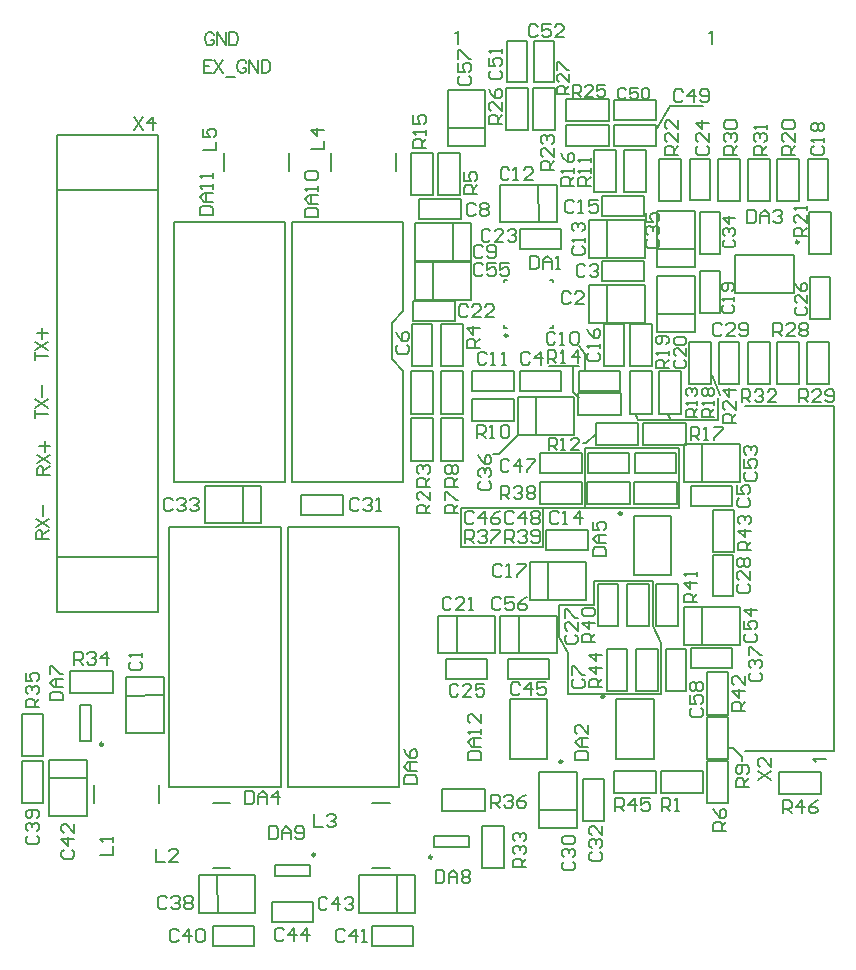
<source format=gto>
G04*
G04 #@! TF.GenerationSoftware,Altium Limited,Altium Designer,21.3.2 (30)*
G04*
G04 Layer_Color=16777215*
%FSLAX44Y44*%
%MOMM*%
G71*
G04*
G04 #@! TF.SameCoordinates,5F18C444-2927-46CB-AB6B-11653520DC00*
G04*
G04*
G04 #@! TF.FilePolarity,Positive*
G04*
G01*
G75*
%ADD10C,0.2500*%
%ADD11C,0.2000*%
%ADD12C,0.1500*%
D10*
X515000Y378550D02*
G03*
X515000Y378550I-1250J0D01*
G01*
X664800Y608250D02*
G03*
X664800Y608250I-1250J0D01*
G01*
X464500Y168450D02*
G03*
X464500Y168450I-1250J0D01*
G01*
X500000Y223550D02*
G03*
X500000Y223550I-1250J0D01*
G01*
X418250Y529000D02*
G03*
X418250Y529000I-1250J0D01*
G01*
X255250Y89500D02*
G03*
X255250Y89500I-1250J0D01*
G01*
X75750Y183000D02*
G03*
X75750Y183000I-1250J0D01*
G01*
X354250Y87500D02*
G03*
X354250Y87500I-1250J0D01*
G01*
D11*
X525000Y326000D02*
Y376000D01*
X557000Y326000D02*
Y376000D01*
X525000D02*
X557000D01*
X525000Y326000D02*
X557000D01*
X611000Y597000D02*
X661000D01*
X611000Y565000D02*
X661000D01*
Y597000D01*
X611000Y565000D02*
Y597000D01*
X452000Y171000D02*
Y221000D01*
X420000Y171000D02*
Y221000D01*
Y171000D02*
X452000D01*
X420000Y221000D02*
X452000D01*
X510000Y171000D02*
Y221000D01*
X542000Y171000D02*
Y221000D01*
X510000D02*
X542000D01*
X510000Y171000D02*
X542000D01*
X468000Y729250D02*
X504000D01*
Y710750D02*
Y729250D01*
X468000Y710750D02*
X504000D01*
X468000D02*
Y729250D01*
X440500Y778500D02*
X457500D01*
X440500Y743500D02*
Y778500D01*
Y743500D02*
X457500D01*
Y778500D01*
X439750Y739000D02*
X458250D01*
Y703000D02*
Y739000D01*
X439750Y703000D02*
X458250D01*
X439750D02*
Y739000D01*
X330000Y550000D02*
Y624900D01*
X320000Y540000D02*
X330000Y550000D01*
Y404900D02*
Y499000D01*
X320000Y509000D02*
X330000Y499000D01*
X481000Y412500D02*
Y429500D01*
X446000D02*
X481000D01*
X446000Y412500D02*
X481000D01*
X446000D02*
Y429500D01*
X411250Y429000D02*
X427250Y445000D01*
X406000Y429000D02*
X411250D01*
X485000Y438000D02*
X493000Y446000D01*
X482000Y438000D02*
X485000D01*
X617000Y169000D02*
Y172000D01*
X609000Y180000D02*
X617000Y172000D01*
X606000Y180000D02*
X609000D01*
X684000Y140750D02*
Y159250D01*
X648000D02*
X684000D01*
X648000Y140750D02*
X684000D01*
X648000D02*
Y159250D01*
X230000Y404900D02*
Y624900D01*
X136000D02*
X230000D01*
X136000Y404900D02*
Y624900D01*
Y404900D02*
X230000D01*
X320000Y509000D02*
Y540000D01*
X236000Y624900D02*
X330000D01*
X236000Y404900D02*
Y624900D01*
Y404900D02*
X330000D01*
X232000Y147100D02*
Y367100D01*
Y147100D02*
X326000D01*
Y367100D01*
X232000D02*
X326000D01*
X132000Y147100D02*
Y367100D01*
Y147100D02*
X226000D01*
Y367100D01*
X132000D02*
X226000D01*
X487250Y572000D02*
X534750D01*
Y540000D02*
Y572000D01*
X487250Y540000D02*
X534750D01*
X487250D02*
Y572000D01*
X502528Y571750D02*
X502675Y540251D01*
X481500Y386750D02*
Y405250D01*
X445500D02*
X481500D01*
X445500Y386750D02*
Y405250D01*
Y386750D02*
X481500D01*
X569000Y436750D02*
Y455250D01*
X533000D02*
X569000D01*
X533000Y436750D02*
Y455250D01*
Y436750D02*
X569000D01*
X514000Y461750D02*
Y480250D01*
X478000D02*
X514000D01*
X478000Y461750D02*
Y480250D01*
Y461750D02*
X514000D01*
X456500Y535500D02*
Y537750D01*
X454250Y535500D02*
X456500D01*
Y574250D02*
Y576500D01*
X454250D02*
X456500D01*
X415500D02*
X417750D01*
X415500Y574250D02*
Y576500D01*
Y535500D02*
Y537750D01*
Y535500D02*
X417750D01*
X157250Y72000D02*
X204750D01*
Y40000D02*
Y72000D01*
X157250Y40000D02*
X204750D01*
X157250D02*
Y72000D01*
X172528Y71750D02*
X172675Y40251D01*
X428500Y602500D02*
X463500D01*
X428500D02*
Y619500D01*
X463500D01*
Y602500D02*
Y619500D01*
X478500Y482500D02*
X513500D01*
X478500D02*
Y499500D01*
X513500D01*
Y482500D02*
Y499500D01*
X343500Y627500D02*
X378500D01*
X343500D02*
Y644500D01*
X378500D01*
Y627500D02*
Y644500D01*
X36500Y652000D02*
X122500D01*
X36500Y342000D02*
X122500D01*
Y295000D02*
Y699000D01*
X36500Y295000D02*
X122500D01*
X36500D02*
Y699000D01*
X122500D01*
X619000Y469500D02*
X694750D01*
Y177500D02*
Y469500D01*
X619000Y177500D02*
X694750D01*
X203500Y12500D02*
Y29500D01*
X168500D02*
X203500D01*
X168500Y12500D02*
Y29500D01*
Y12500D02*
X203500D01*
X253500Y32500D02*
Y49500D01*
X218500D02*
X253500D01*
X218500Y32500D02*
Y49500D01*
Y32500D02*
X253500D01*
X251000Y71500D02*
Y80500D01*
X221000Y71500D02*
Y80500D01*
X251000D01*
X221000Y71500D02*
X251000D01*
X168500Y133500D02*
X183500D01*
X168500Y78500D02*
X183500D01*
X68500Y133500D02*
Y148500D01*
X123500Y133500D02*
Y148500D01*
X30251Y154325D02*
X61750Y154472D01*
X30000Y169750D02*
X62000D01*
X30000Y122250D02*
Y169750D01*
Y122250D02*
X62000D01*
Y169750D01*
X7500Y133500D02*
X24500D01*
Y168500D01*
X7500D02*
X24500D01*
X7500Y133500D02*
Y168500D01*
X6750Y173000D02*
Y209000D01*
X25250D01*
Y173000D02*
Y209000D01*
X6750Y173000D02*
X25250D01*
X56500Y186000D02*
X65500D01*
X56500Y216000D02*
X65500D01*
Y186000D02*
Y216000D01*
X56500Y186000D02*
Y216000D01*
X95251Y224325D02*
X126750Y224472D01*
X95000Y239750D02*
X127000D01*
X95000Y192250D02*
Y239750D01*
Y192250D02*
X127000D01*
Y239750D01*
X48000Y226750D02*
X84000D01*
X48000D02*
Y245250D01*
X84000D01*
Y226750D02*
Y245250D01*
X303500Y12500D02*
Y29500D01*
Y12500D02*
X338500D01*
Y29500D01*
X303500D02*
X338500D01*
X324325Y71749D02*
X324472Y40250D01*
X339750Y40000D02*
Y72000D01*
X292250D02*
X339750D01*
X292250Y40000D02*
Y72000D01*
Y40000D02*
X339750D01*
X396750Y78000D02*
Y114000D01*
X415250D01*
Y78000D02*
Y114000D01*
X396750Y78000D02*
X415250D01*
X356000Y96500D02*
Y105500D01*
X386000Y96500D02*
Y105500D01*
X356000Y96500D02*
X386000D01*
X356000Y105500D02*
X386000D01*
X303500Y133500D02*
X318500D01*
X303500Y78500D02*
X318500D01*
X363000Y126750D02*
X399000D01*
X363000D02*
Y145250D01*
X399000D01*
Y126750D02*
Y145250D01*
X366000Y238500D02*
Y255500D01*
Y238500D02*
X401000D01*
Y255500D01*
X366000D02*
X401000D01*
X418500Y238500D02*
Y255500D01*
Y238500D02*
X453500D01*
Y255500D01*
X418500D02*
X453500D01*
X278500Y377500D02*
Y394500D01*
X243500D02*
X278500D01*
X243500Y377500D02*
Y394500D01*
Y377500D02*
X278500D01*
X194325Y401749D02*
X194472Y370250D01*
X209750Y370000D02*
Y402000D01*
X162250D02*
X209750D01*
X162250Y370000D02*
Y402000D01*
Y370000D02*
X209750D01*
X336750Y423000D02*
Y459000D01*
X355250D01*
Y423000D02*
Y459000D01*
X336750Y423000D02*
X355250D01*
X336750Y463000D02*
Y499000D01*
X355250D01*
Y463000D02*
Y499000D01*
X336750Y463000D02*
X355250D01*
X337500Y503500D02*
X354500D01*
Y538500D01*
X337500D02*
X354500D01*
X337500Y503500D02*
Y538500D01*
X338500Y541500D02*
Y558500D01*
Y541500D02*
X373500D01*
Y558500D01*
X338500D02*
X373500D01*
X375028Y291750D02*
X375175Y260251D01*
X359750Y260000D02*
Y292000D01*
Y260000D02*
X407250D01*
Y292000D01*
X359750D02*
X407250D01*
X427528Y291750D02*
X427675Y260251D01*
X412250Y260000D02*
Y292000D01*
Y260000D02*
X459750D01*
Y292000D01*
X412250D02*
X459750D01*
X452528Y336750D02*
X452675Y305251D01*
X437250Y305000D02*
Y337000D01*
Y305000D02*
X484750D01*
Y337000D01*
X437250D02*
X484750D01*
X361750Y423000D02*
Y459000D01*
X380250D01*
Y423000D02*
Y459000D01*
X361750Y423000D02*
X380250D01*
X442528Y476750D02*
X442675Y445251D01*
X427250Y445000D02*
Y477000D01*
Y445000D02*
X474750D01*
Y477000D01*
X427250D02*
X474750D01*
X388000Y475250D02*
X424000D01*
Y456750D02*
Y475250D01*
X388000Y456750D02*
X424000D01*
X388000D02*
Y475250D01*
X361750Y463000D02*
Y499000D01*
X380250D01*
Y463000D02*
Y499000D01*
X361750Y463000D02*
X380250D01*
X388500Y482500D02*
Y499500D01*
Y482500D02*
X423500D01*
Y499500D01*
X388500D02*
X423500D01*
X428500Y482500D02*
Y499500D01*
Y482500D02*
X463500D01*
Y499500D01*
X428500D02*
X463500D01*
X361750Y503000D02*
Y539000D01*
X380250D01*
Y503000D02*
Y539000D01*
X361750Y503000D02*
X380250D01*
X445250Y127528D02*
X476749Y127675D01*
X445000Y112250D02*
X477000D01*
Y159750D01*
X445000D02*
X477000D01*
X445000Y112250D02*
Y159750D01*
X482500Y118500D02*
X499500D01*
X499500Y153500D02*
X499500Y118500D01*
X482500Y153500D02*
X499500D01*
X482500D02*
X482500Y118500D01*
X508000Y160250D02*
X544000D01*
Y141750D02*
Y160250D01*
X508000Y141750D02*
X544000D01*
X508000D02*
Y160250D01*
X502500Y263500D02*
X519500D01*
X502500Y228500D02*
Y263500D01*
Y228500D02*
X519500D01*
Y263500D01*
X545250Y228000D02*
Y264000D01*
X526750Y228000D02*
X545250D01*
X526750D02*
Y264000D01*
X545250D01*
X495000Y283500D02*
X512000D01*
Y318500D01*
X495000D02*
X512000D01*
X495000Y283500D02*
Y318500D01*
X519250Y283000D02*
Y319000D01*
X537750D01*
Y283000D02*
Y319000D01*
X519250Y283000D02*
X537750D01*
X451000Y347500D02*
Y364500D01*
Y347500D02*
X486000D01*
Y364500D01*
X451000D02*
X486000D01*
X586750Y133000D02*
Y169000D01*
X605250D01*
Y133000D02*
Y169000D01*
X586750Y133000D02*
X605250D01*
X548000Y160250D02*
X584000D01*
Y141750D02*
Y160250D01*
X548000Y141750D02*
X584000D01*
X548000D02*
Y160250D01*
X586750Y170500D02*
Y206500D01*
X605250D01*
Y170500D02*
Y206500D01*
X586750Y170500D02*
X605250D01*
X586750Y208000D02*
Y244000D01*
X605250D01*
Y208000D02*
Y244000D01*
X586750Y208000D02*
X605250D01*
X552500Y263500D02*
X569500D01*
X552500Y228500D02*
Y263500D01*
Y228500D02*
X569500D01*
Y263500D01*
X573500Y247500D02*
Y264500D01*
Y247500D02*
X608500D01*
Y264500D01*
X573500D02*
X608500D01*
X582528Y299250D02*
X582675Y267751D01*
X567250Y267500D02*
Y299500D01*
Y267500D02*
X614750D01*
Y299500D01*
X567250D02*
X614750D01*
X544250Y283000D02*
Y319000D01*
X562750D01*
Y283000D02*
Y319000D01*
X544250Y283000D02*
X562750D01*
X592500Y343500D02*
X609500D01*
X592500Y308500D02*
Y343500D01*
Y308500D02*
X609500D01*
Y343500D01*
X591750Y345500D02*
Y381500D01*
X610250D01*
Y345500D02*
Y381500D01*
X591750Y345500D02*
X610250D01*
X485500Y386750D02*
X521500D01*
X485500D02*
Y405250D01*
X521500D01*
Y386750D02*
Y405250D01*
X525500Y386750D02*
X561500D01*
X525500D02*
Y405250D01*
X561500D01*
Y386750D02*
Y405250D01*
X521000Y412500D02*
Y429500D01*
X486000D02*
X521000D01*
X486000Y412500D02*
Y429500D01*
Y412500D02*
X521000D01*
X561000D02*
Y429500D01*
X526000D02*
X561000D01*
X526000Y412500D02*
Y429500D01*
Y412500D02*
X561000D01*
X493000Y455250D02*
X529000D01*
Y436750D02*
Y455250D01*
X493000Y436750D02*
X529000D01*
X493000D02*
Y455250D01*
X521750Y463000D02*
Y499000D01*
X540250D01*
Y463000D02*
Y499000D01*
X521750Y463000D02*
X540250D01*
X499500Y538500D02*
X516500D01*
X499500Y503500D02*
Y538500D01*
Y503500D02*
X516500D01*
Y538500D01*
X521750Y503000D02*
Y539000D01*
X540250D01*
Y503000D02*
Y539000D01*
X521750Y503000D02*
X540250D01*
X573500Y385000D02*
Y402000D01*
Y385000D02*
X608500D01*
Y402000D01*
X573500D02*
X608500D01*
X582528Y436750D02*
X582675Y405251D01*
X567250Y405000D02*
Y437000D01*
Y405000D02*
X614750D01*
Y437000D01*
X567250D02*
X614750D01*
X546750Y463000D02*
Y499000D01*
X565250D01*
Y463000D02*
Y499000D01*
X546750Y463000D02*
X565250D01*
X671750Y488000D02*
Y524000D01*
X690250D01*
Y488000D02*
Y524000D01*
X671750Y488000D02*
X690250D01*
X597500Y488500D02*
X614500D01*
Y523500D01*
X597500D02*
X614500D01*
X597500Y488500D02*
Y523500D01*
X590250Y488000D02*
Y524000D01*
X571750Y488000D02*
X590250D01*
X571750D02*
Y524000D01*
X590250D01*
X621750Y488000D02*
Y524000D01*
X640250D01*
Y488000D02*
Y524000D01*
X621750Y488000D02*
X640250D01*
X665250D02*
Y524000D01*
X646750Y488000D02*
X665250D01*
X646750D02*
Y524000D01*
X665250D01*
X545250Y547528D02*
X576749Y547675D01*
X545000Y532250D02*
X577000D01*
Y579750D01*
X545000D02*
X577000D01*
X545000Y532250D02*
Y579750D01*
X674500Y578500D02*
X691500D01*
X674500Y543500D02*
Y578500D01*
Y543500D02*
X691500D01*
Y578500D01*
X581500Y548500D02*
X598500D01*
Y583500D01*
X581500D02*
X598500D01*
X581500Y548500D02*
Y583500D01*
X355028Y590750D02*
X355175Y559251D01*
X339750Y559000D02*
Y591000D01*
Y559000D02*
X387250D01*
Y591000D01*
X339750D02*
X387250D01*
X178500Y668500D02*
Y683500D01*
X233500Y668500D02*
Y683500D01*
X268500Y668500D02*
Y683500D01*
X323500Y668500D02*
Y683500D01*
X336750Y648000D02*
Y684000D01*
X355250D01*
Y648000D02*
Y684000D01*
X336750Y648000D02*
X355250D01*
X377750D02*
Y684000D01*
X359250Y648000D02*
X377750D01*
X359250D02*
Y684000D01*
X377750D01*
X367750Y705028D02*
X399249Y705175D01*
X367500Y689750D02*
X399500D01*
Y737250D01*
X367500D02*
X399500D01*
X367500Y689750D02*
Y737250D01*
X444325Y656749D02*
X444472Y625250D01*
X459750Y625000D02*
Y657000D01*
X412250D02*
X459750D01*
X412250Y625000D02*
Y657000D01*
Y625000D02*
X459750D01*
X416750Y703000D02*
Y739000D01*
X435250D01*
Y703000D02*
Y739000D01*
X416750Y703000D02*
X435250D01*
X417500Y743500D02*
X434500D01*
Y778500D01*
X417500D02*
X434500D01*
X417500Y743500D02*
Y778500D01*
X502528Y626750D02*
X502675Y595251D01*
X487250Y595000D02*
Y627000D01*
Y595000D02*
X534750D01*
Y627000D01*
X487250D02*
X534750D01*
X510250Y650500D02*
Y686500D01*
X491750Y650500D02*
X510250D01*
X491750D02*
Y686500D01*
X510250D01*
X498500Y575000D02*
Y592000D01*
Y575000D02*
X533500D01*
Y592000D01*
X498500D02*
X533500D01*
Y630000D02*
Y647000D01*
X498500D02*
X533500D01*
X498500Y630000D02*
Y647000D01*
Y630000D02*
X533500D01*
X516750Y650500D02*
Y686500D01*
X535250D01*
Y650500D02*
Y686500D01*
X516750Y650500D02*
X535250D01*
X565250Y643000D02*
Y679000D01*
X546750Y643000D02*
X565250D01*
X546750D02*
Y679000D01*
X565250D01*
X545250Y602528D02*
X576749Y602675D01*
X545000Y587250D02*
X577000D01*
Y634750D01*
X545000D02*
X577000D01*
X545000Y587250D02*
Y634750D01*
X572500Y678500D02*
X589500D01*
X572500Y643500D02*
Y678500D01*
Y643500D02*
X589500D01*
Y678500D01*
X581500Y598500D02*
X598500D01*
Y633500D01*
X581500D02*
X598500D01*
X581500Y598500D02*
Y633500D01*
X596750Y643000D02*
Y679000D01*
X615250D01*
Y643000D02*
Y679000D01*
X596750Y643000D02*
X615250D01*
X621750D02*
Y679000D01*
X640250D01*
Y643000D02*
Y679000D01*
X621750Y643000D02*
X640250D01*
X665250D02*
Y679000D01*
X646750Y643000D02*
X665250D01*
X646750D02*
Y679000D01*
X665250D01*
X673750Y598000D02*
Y634000D01*
X692250D01*
Y598000D02*
Y634000D01*
X673750Y598000D02*
X692250D01*
X672500Y678500D02*
X689500D01*
X672500Y643500D02*
Y678500D01*
Y643500D02*
X689500D01*
Y678500D01*
X468000Y707750D02*
X504000D01*
Y689250D02*
Y707750D01*
X468000Y689250D02*
X504000D01*
X468000D02*
Y707750D01*
X543500Y711500D02*
Y728500D01*
X508500D02*
X543500D01*
X508500Y711500D02*
Y728500D01*
Y711500D02*
X543500D01*
X508500Y690000D02*
Y707000D01*
Y690000D02*
X543500D01*
Y707000D01*
X508500D02*
X543500D01*
X371825Y623749D02*
X371972Y592250D01*
X387250Y592000D02*
Y624000D01*
X339750D02*
X387250D01*
X339750Y592000D02*
Y624000D01*
Y592000D02*
X387250D01*
X374000Y784903D02*
X375047Y785426D01*
X376618Y786998D01*
Y776000D01*
X589000Y784903D02*
X590047Y785426D01*
X591618Y786998D01*
Y776000D01*
X167808Y762663D02*
X161000D01*
Y751666D01*
X167808D01*
X161000Y757427D02*
X165190D01*
X169641Y762663D02*
X176973Y751666D01*
Y762663D02*
X169641Y751666D01*
X179434Y748000D02*
X187813D01*
X197083Y760045D02*
X196559Y761092D01*
X195512Y762140D01*
X194464Y762663D01*
X192369D01*
X191322Y762140D01*
X190275Y761092D01*
X189751Y760045D01*
X189227Y758474D01*
Y755855D01*
X189751Y754284D01*
X190275Y753237D01*
X191322Y752190D01*
X192369Y751666D01*
X194464D01*
X195512Y752190D01*
X196559Y753237D01*
X197083Y754284D01*
Y755855D01*
X194464D02*
X197083D01*
X199597Y762663D02*
Y751666D01*
Y762663D02*
X206928Y751666D01*
Y762663D02*
Y751666D01*
X209966Y762663D02*
Y751666D01*
Y762663D02*
X213632D01*
X215203Y762140D01*
X216250Y761092D01*
X216774Y760045D01*
X217297Y758474D01*
Y755855D01*
X216774Y754284D01*
X216250Y753237D01*
X215203Y752190D01*
X213632Y751666D01*
X209966D01*
X679097Y168000D02*
X678573Y169047D01*
X677002Y170618D01*
X688000D01*
X169855Y783379D02*
X169332Y784426D01*
X168284Y785474D01*
X167237Y785998D01*
X165142D01*
X164095Y785474D01*
X163047Y784426D01*
X162524Y783379D01*
X162000Y781808D01*
Y779190D01*
X162524Y777618D01*
X163047Y776571D01*
X164095Y775524D01*
X165142Y775000D01*
X167237D01*
X168284Y775524D01*
X169332Y776571D01*
X169855Y777618D01*
Y779190D01*
X167237D02*
X169855D01*
X172369Y785998D02*
Y775000D01*
Y785998D02*
X179701Y775000D01*
Y785998D02*
Y775000D01*
X182738Y785998D02*
Y775000D01*
Y785998D02*
X186404D01*
X187975Y785474D01*
X189023Y784426D01*
X189547Y783379D01*
X190070Y781808D01*
Y779190D01*
X189547Y777618D01*
X189023Y776571D01*
X187975Y775524D01*
X186404Y775000D01*
X182738D01*
X18002Y511666D02*
X29000D01*
X18002Y508000D02*
Y515332D01*
Y516641D02*
X29000Y523973D01*
X18002D02*
X29000Y516641D01*
X19573Y531147D02*
X29000D01*
X24287Y526434D02*
Y535861D01*
X18002Y462666D02*
X29000D01*
X18002Y459000D02*
Y466332D01*
Y467641D02*
X29000Y474973D01*
X18002D02*
X29000Y467641D01*
X24287Y477434D02*
Y486861D01*
X19002Y357000D02*
X30000D01*
X19002D02*
Y361713D01*
X19526Y363284D01*
X20050Y363808D01*
X21097Y364332D01*
X22144D01*
X23192Y363808D01*
X23716Y363284D01*
X24239Y361713D01*
Y357000D01*
Y360666D02*
X30000Y364332D01*
X19002Y366793D02*
X30000Y374125D01*
X19002D02*
X30000Y366793D01*
X25287Y376586D02*
Y386013D01*
X20002Y411000D02*
X31000D01*
X20002D02*
Y415713D01*
X20526Y417284D01*
X21050Y417808D01*
X22097Y418332D01*
X23145D01*
X24192Y417808D01*
X24716Y417284D01*
X25239Y415713D01*
Y411000D01*
Y414666D02*
X31000Y418332D01*
X20002Y420793D02*
X31000Y428125D01*
X20002D02*
X31000Y420793D01*
X21573Y435299D02*
X31000D01*
X26287Y430586D02*
Y440013D01*
X651338Y124502D02*
Y135498D01*
X656836D01*
X658669Y133666D01*
Y130000D01*
X656836Y128167D01*
X651338D01*
X655004D02*
X658669Y124502D01*
X667833D02*
Y135498D01*
X662335Y130000D01*
X669666D01*
X680662Y135498D02*
X676996Y133666D01*
X673331Y130000D01*
Y126334D01*
X675164Y124502D01*
X678829D01*
X680662Y126334D01*
Y128167D01*
X678829Y130000D01*
X673331D01*
X157502Y631589D02*
X168498D01*
Y637087D01*
X166665Y638920D01*
X159334D01*
X157502Y637087D01*
Y631589D01*
X168498Y642585D02*
X161167D01*
X157502Y646251D01*
X161167Y649916D01*
X168498D01*
X163000D01*
Y642585D01*
X168498Y653582D02*
Y657247D01*
Y655415D01*
X157502D01*
X159334Y653582D01*
X168498Y662746D02*
Y666411D01*
Y664578D01*
X157502D01*
X159334Y662746D01*
X160502Y685836D02*
X171498D01*
Y693167D01*
X160502Y704164D02*
Y696833D01*
X166000D01*
X164167Y700498D01*
Y702331D01*
X166000Y704164D01*
X169666D01*
X171498Y702331D01*
Y698665D01*
X169666Y696833D01*
X382338Y353502D02*
Y364498D01*
X387836D01*
X389669Y362665D01*
Y359000D01*
X387836Y357167D01*
X382338D01*
X386003D02*
X389669Y353502D01*
X393335Y362665D02*
X395167Y364498D01*
X398833D01*
X400666Y362665D01*
Y360833D01*
X398833Y359000D01*
X397000D01*
X398833D01*
X400666Y357167D01*
Y355335D01*
X398833Y353502D01*
X395167D01*
X393335Y355335D01*
X404331Y364498D02*
X411662D01*
Y362665D01*
X404331Y355335D01*
Y353502D01*
X389669Y378666D02*
X387836Y380498D01*
X384171D01*
X382338Y378666D01*
Y371334D01*
X384171Y369502D01*
X387836D01*
X389669Y371334D01*
X398833Y369502D02*
Y380498D01*
X393335Y375000D01*
X400666D01*
X411662Y380498D02*
X407996Y378666D01*
X404331Y375000D01*
Y371334D01*
X406164Y369502D01*
X409829D01*
X411662Y371334D01*
Y373167D01*
X409829Y375000D01*
X404331D01*
X101836Y714498D02*
X109167Y703502D01*
Y714498D02*
X101836Y703502D01*
X118331D02*
Y714498D01*
X112833Y709000D01*
X120164D01*
X397331Y588666D02*
X395498Y590498D01*
X391833D01*
X390000Y588666D01*
Y581334D01*
X391833Y579502D01*
X395498D01*
X397331Y581334D01*
X408327Y590498D02*
X400997D01*
Y585000D01*
X404662Y586833D01*
X406495D01*
X408327Y585000D01*
Y581334D01*
X406495Y579502D01*
X402829D01*
X400997Y581334D01*
X419324Y590498D02*
X411993D01*
Y585000D01*
X415658Y586833D01*
X417491D01*
X419324Y585000D01*
Y581334D01*
X417491Y579502D01*
X413826D01*
X411993Y581334D01*
X30502Y220338D02*
X41498D01*
Y225836D01*
X39666Y227669D01*
X32334D01*
X30502Y225836D01*
Y220338D01*
X41498Y231334D02*
X34167D01*
X30502Y235000D01*
X34167Y238666D01*
X41498D01*
X36000D01*
Y231334D01*
X30502Y242331D02*
Y249662D01*
X32334D01*
X39666Y242331D01*
X41498D01*
X404338Y129502D02*
Y140498D01*
X409836D01*
X411669Y138666D01*
Y135000D01*
X409836Y133167D01*
X404338D01*
X408004D02*
X411669Y129502D01*
X415335Y138666D02*
X417167Y140498D01*
X420833D01*
X422665Y138666D01*
Y136833D01*
X420833Y135000D01*
X419000D01*
X420833D01*
X422665Y133167D01*
Y131334D01*
X420833Y129502D01*
X417167D01*
X415335Y131334D01*
X433662Y140498D02*
X429996Y138666D01*
X426331Y135000D01*
Y131334D01*
X428164Y129502D01*
X431829D01*
X433662Y131334D01*
Y133167D01*
X431829Y135000D01*
X426331D01*
X370502Y305665D02*
X368669Y307498D01*
X365004D01*
X363171Y305665D01*
Y298335D01*
X365004Y296502D01*
X368669D01*
X370502Y298335D01*
X381498Y296502D02*
X374167D01*
X381498Y303833D01*
Y305665D01*
X379665Y307498D01*
X376000D01*
X374167Y305665D01*
X385164Y296502D02*
X388829D01*
X386996D01*
Y307498D01*
X385164Y305665D01*
X384502Y170000D02*
X395498D01*
Y175498D01*
X393666Y177331D01*
X386334D01*
X384502Y175498D01*
Y170000D01*
X395498Y180996D02*
X388167D01*
X384502Y184662D01*
X388167Y188327D01*
X395498D01*
X390000D01*
Y180996D01*
X395498Y191993D02*
Y195658D01*
Y193826D01*
X384502D01*
X386334Y191993D01*
X395498Y208488D02*
Y201157D01*
X388167Y208488D01*
X386334D01*
X384502Y206655D01*
Y202989D01*
X386334Y201157D01*
X397331Y603666D02*
X395498Y605498D01*
X391833D01*
X390000Y603666D01*
Y596334D01*
X391833Y594502D01*
X395498D01*
X397331Y596334D01*
X400997D02*
X402829Y594502D01*
X406495D01*
X408327Y596334D01*
Y603666D01*
X406495Y605498D01*
X402829D01*
X400997Y603666D01*
Y601833D01*
X402829Y600000D01*
X408327D01*
X391167Y639665D02*
X389334Y641498D01*
X385669D01*
X383836Y639665D01*
Y632335D01*
X385669Y630502D01*
X389334D01*
X391167Y632335D01*
X394833Y639665D02*
X396665Y641498D01*
X400331D01*
X402164Y639665D01*
Y637833D01*
X400331Y636000D01*
X402164Y634167D01*
Y632335D01*
X400331Y630502D01*
X396665D01*
X394833Y632335D01*
Y634167D01*
X396665Y636000D01*
X394833Y637833D01*
Y639665D01*
X396665Y636000D02*
X400331D01*
X384669Y553666D02*
X382836Y555498D01*
X379171D01*
X377338Y553666D01*
Y546334D01*
X379171Y544502D01*
X382836D01*
X384669Y546334D01*
X395666Y544502D02*
X388335D01*
X395666Y551833D01*
Y553666D01*
X393833Y555498D01*
X390167D01*
X388335Y553666D01*
X406662Y544502D02*
X399331D01*
X406662Y551833D01*
Y553666D01*
X404829Y555498D01*
X401164D01*
X399331Y553666D01*
X434038Y78798D02*
X423042D01*
Y84296D01*
X424874Y86129D01*
X428540D01*
X430373Y84296D01*
Y78798D01*
Y82464D02*
X434038Y86129D01*
X424874Y89795D02*
X423042Y91627D01*
Y95293D01*
X424874Y97126D01*
X426707D01*
X428540Y95293D01*
Y93460D01*
Y95293D01*
X430373Y97126D01*
X432206D01*
X434038Y95293D01*
Y91627D01*
X432206Y89795D01*
X424874Y100791D02*
X423042Y102624D01*
Y106289D01*
X424874Y108122D01*
X426707D01*
X428540Y106289D01*
Y104456D01*
Y106289D01*
X430373Y108122D01*
X432206D01*
X434038Y106289D01*
Y102624D01*
X432206Y100791D01*
X416338Y353502D02*
Y364498D01*
X421836D01*
X423669Y362665D01*
Y359000D01*
X421836Y357167D01*
X416338D01*
X420004D02*
X423669Y353502D01*
X427335Y362665D02*
X429167Y364498D01*
X432833D01*
X434665Y362665D01*
Y360833D01*
X432833Y359000D01*
X431000D01*
X432833D01*
X434665Y357167D01*
Y355335D01*
X432833Y353502D01*
X429167D01*
X427335Y355335D01*
X438331D02*
X440164Y353502D01*
X443829D01*
X445662Y355335D01*
Y362665D01*
X443829Y364498D01*
X440164D01*
X438331Y362665D01*
Y360833D01*
X440164Y359000D01*
X445662D01*
X423669Y378666D02*
X421836Y380498D01*
X418171D01*
X416338Y378666D01*
Y371334D01*
X418171Y369502D01*
X421836D01*
X423669Y371334D01*
X432833Y369502D02*
Y380498D01*
X427335Y375000D01*
X434665D01*
X438331Y378666D02*
X440164Y380498D01*
X443829D01*
X445662Y378666D01*
Y376833D01*
X443829Y375000D01*
X445662Y373167D01*
Y371334D01*
X443829Y369502D01*
X440164D01*
X438331Y371334D01*
Y373167D01*
X440164Y375000D01*
X438331Y376833D01*
Y378666D01*
X440164Y375000D02*
X443829D01*
X566669Y735666D02*
X564836Y737498D01*
X561171D01*
X559338Y735666D01*
Y728335D01*
X561171Y726502D01*
X564836D01*
X566669Y728335D01*
X575833Y726502D02*
Y737498D01*
X570335Y732000D01*
X577665D01*
X581331Y728335D02*
X583164Y726502D01*
X586829D01*
X588662Y728335D01*
Y735666D01*
X586829Y737498D01*
X583164D01*
X581331Y735666D01*
Y733833D01*
X583164Y732000D01*
X588662D01*
X579334Y689331D02*
X577502Y687498D01*
Y683833D01*
X579334Y682000D01*
X586665D01*
X588498Y683833D01*
Y687498D01*
X586665Y689331D01*
X588498Y700327D02*
Y692997D01*
X581167Y700327D01*
X579334D01*
X577502Y698495D01*
Y694829D01*
X579334Y692997D01*
X588498Y709491D02*
X577502D01*
X583000Y703993D01*
Y711324D01*
X661498Y682000D02*
X650502D01*
Y687498D01*
X652335Y689331D01*
X656000D01*
X657833Y687498D01*
Y682000D01*
Y685666D02*
X661498Y689331D01*
Y700327D02*
Y692997D01*
X654167Y700327D01*
X652335D01*
X650502Y698495D01*
Y694829D01*
X652335Y692997D01*
Y703993D02*
X650502Y705826D01*
Y709491D01*
X652335Y711324D01*
X659666D01*
X661498Y709491D01*
Y705826D01*
X659666Y703993D01*
X652335D01*
X630502Y152836D02*
X641498Y160167D01*
X630502D02*
X641498Y152836D01*
Y171164D02*
Y163833D01*
X634167Y171164D01*
X632335D01*
X630502Y169331D01*
Y165665D01*
X632335Y163833D01*
X120836Y94498D02*
Y83502D01*
X128167D01*
X139164D02*
X131833D01*
X139164Y90833D01*
Y92666D01*
X137331Y94498D01*
X133666D01*
X131833Y92666D01*
X254296Y123958D02*
Y112962D01*
X261627D01*
X265293Y122126D02*
X267125Y123958D01*
X270791D01*
X272624Y122126D01*
Y120293D01*
X270791Y118460D01*
X268958D01*
X270791D01*
X272624Y116627D01*
Y114795D01*
X270791Y112962D01*
X267125D01*
X265293Y114795D01*
X392498Y648836D02*
X381502D01*
Y654335D01*
X383335Y656167D01*
X387000D01*
X388833Y654335D01*
Y648836D01*
Y652502D02*
X392498Y656167D01*
X381502Y667164D02*
Y659833D01*
X387000D01*
X385167Y663498D01*
Y665331D01*
X387000Y667164D01*
X390665D01*
X392498Y665331D01*
Y661665D01*
X390665Y659833D01*
X349498Y688254D02*
X338502D01*
Y693753D01*
X340335Y695585D01*
X344000D01*
X345833Y693753D01*
Y688254D01*
Y691920D02*
X349498Y695585D01*
Y699251D02*
Y702916D01*
Y701084D01*
X338502D01*
X340335Y699251D01*
X338502Y715746D02*
Y708415D01*
X344000D01*
X342167Y712080D01*
Y713913D01*
X344000Y715746D01*
X347665D01*
X349498Y713913D01*
Y710247D01*
X347665Y708415D01*
X352498Y378673D02*
X341502D01*
Y384171D01*
X343335Y386003D01*
X347000D01*
X348833Y384171D01*
Y378673D01*
Y382338D02*
X352498Y386003D01*
Y397000D02*
Y389669D01*
X345167Y397000D01*
X343335D01*
X341502Y395167D01*
Y391502D01*
X343335Y389669D01*
X251502Y686836D02*
X262498D01*
Y694167D01*
Y703331D02*
X251502D01*
X257000Y697833D01*
Y705164D01*
X42334Y93669D02*
X40502Y91836D01*
Y88171D01*
X42334Y86338D01*
X49665D01*
X51498Y88171D01*
Y91836D01*
X49665Y93669D01*
X51498Y102833D02*
X40502D01*
X46000Y97334D01*
Y104665D01*
X51498Y115662D02*
Y108331D01*
X44167Y115662D01*
X42334D01*
X40502Y113829D01*
Y110164D01*
X42334Y108331D01*
X413498Y708338D02*
X402502D01*
Y713836D01*
X404334Y715669D01*
X408000D01*
X409833Y713836D01*
Y708338D01*
Y712004D02*
X413498Y715669D01*
Y726665D02*
Y719334D01*
X406167Y726665D01*
X404334D01*
X402502Y724833D01*
Y721167D01*
X404334Y719334D01*
X402502Y737662D02*
X404334Y733996D01*
X408000Y730331D01*
X411665D01*
X413498Y732164D01*
Y735829D01*
X411665Y737662D01*
X409833D01*
X408000Y735829D01*
Y730331D01*
X473671Y731002D02*
Y740998D01*
X478669D01*
X480336Y739332D01*
Y736000D01*
X478669Y734334D01*
X473671D01*
X477003D02*
X480336Y731002D01*
X490332D02*
X483668D01*
X490332Y737666D01*
Y739332D01*
X488666Y740998D01*
X485334D01*
X483668Y739332D01*
X500329Y740998D02*
X493665D01*
Y736000D01*
X496997Y737666D01*
X498663D01*
X500329Y736000D01*
Y732668D01*
X498663Y731002D01*
X495331D01*
X493665Y732668D01*
X518335Y737332D02*
X516669Y738998D01*
X513337D01*
X511671Y737332D01*
Y730668D01*
X513337Y729002D01*
X516669D01*
X518335Y730668D01*
X528332Y738998D02*
X521668D01*
Y734000D01*
X525000Y735666D01*
X526666D01*
X528332Y734000D01*
Y730668D01*
X526666Y729002D01*
X523334D01*
X521668Y730668D01*
X531665Y737332D02*
X533331Y738998D01*
X536663D01*
X538329Y737332D01*
Y730668D01*
X536663Y729002D01*
X533331D01*
X531665Y730668D01*
Y737332D01*
X620335Y413669D02*
X618502Y411836D01*
Y408171D01*
X620335Y406338D01*
X627665D01*
X629498Y408171D01*
Y411836D01*
X627665Y413669D01*
X618502Y424665D02*
Y417335D01*
X624000D01*
X622167Y421000D01*
Y422833D01*
X624000Y424665D01*
X627665D01*
X629498Y422833D01*
Y419167D01*
X627665Y417335D01*
X620335Y428331D02*
X618502Y430164D01*
Y433829D01*
X620335Y435662D01*
X622167D01*
X624000Y433829D01*
Y431996D01*
Y433829D01*
X625833Y435662D01*
X627665D01*
X629498Y433829D01*
Y430164D01*
X627665Y428331D01*
X419669Y422665D02*
X417836Y424498D01*
X414171D01*
X412338Y422665D01*
Y415335D01*
X414171Y413502D01*
X417836D01*
X419669Y415335D01*
X428833Y413502D02*
Y424498D01*
X423335Y419000D01*
X430666D01*
X434331Y424498D02*
X441662D01*
Y422665D01*
X434331Y415335D01*
Y413502D01*
X453504Y432002D02*
Y441998D01*
X458502D01*
X460168Y440332D01*
Y437000D01*
X458502Y435334D01*
X453504D01*
X456836D02*
X460168Y432002D01*
X463501D02*
X466833D01*
X465167D01*
Y441998D01*
X463501Y440332D01*
X478496Y432002D02*
X471832D01*
X478496Y438666D01*
Y440332D01*
X476830Y441998D01*
X473498D01*
X471832Y440332D01*
X611498Y455338D02*
X600502D01*
Y460836D01*
X602335Y462669D01*
X606000D01*
X607833Y460836D01*
Y455338D01*
Y459004D02*
X611498Y462669D01*
Y473666D02*
Y466334D01*
X604167Y473666D01*
X602335D01*
X600502Y471833D01*
Y468167D01*
X602335Y466334D01*
X611498Y482829D02*
X600502D01*
X606000Y477331D01*
Y484662D01*
X643338Y528502D02*
Y539498D01*
X648836D01*
X650669Y537665D01*
Y534000D01*
X648836Y532167D01*
X643338D01*
X647004D02*
X650669Y528502D01*
X661665D02*
X654334D01*
X661665Y535833D01*
Y537665D01*
X659833Y539498D01*
X656167D01*
X654334Y537665D01*
X665331D02*
X667164Y539498D01*
X670829D01*
X672662Y537665D01*
Y535833D01*
X670829Y534000D01*
X672662Y532167D01*
Y530335D01*
X670829Y528502D01*
X667164D01*
X665331Y530335D01*
Y532167D01*
X667164Y534000D01*
X665331Y535833D01*
Y537665D01*
X667164Y534000D02*
X670829D01*
X665338Y472502D02*
Y483498D01*
X670836D01*
X672669Y481665D01*
Y478000D01*
X670836Y476167D01*
X665338D01*
X669004D02*
X672669Y472502D01*
X683665D02*
X676335D01*
X683665Y479833D01*
Y481665D01*
X681833Y483498D01*
X678167D01*
X676335Y481665D01*
X687331Y474334D02*
X689164Y472502D01*
X692829D01*
X694662Y474334D01*
Y481665D01*
X692829Y483498D01*
X689164D01*
X687331Y481665D01*
Y479833D01*
X689164Y478000D01*
X694662D01*
X458585Y530666D02*
X456753Y532498D01*
X453087D01*
X451254Y530666D01*
Y523335D01*
X453087Y521502D01*
X456753D01*
X458585Y523335D01*
X462251Y521502D02*
X465916D01*
X464084D01*
Y532498D01*
X462251Y530666D01*
X471415D02*
X473247Y532498D01*
X476913D01*
X478746Y530666D01*
Y523335D01*
X476913Y521502D01*
X473247D01*
X471415Y523335D01*
Y530666D01*
X452254Y505502D02*
Y516498D01*
X457753D01*
X459585Y514665D01*
Y511000D01*
X457753Y509167D01*
X452254D01*
X455920D02*
X459585Y505502D01*
X463251D02*
X466916D01*
X465084D01*
Y516498D01*
X463251Y514665D01*
X477913Y505502D02*
Y516498D01*
X472415Y511000D01*
X479746D01*
X437167Y513666D02*
X435335Y515498D01*
X431669D01*
X429836Y513666D01*
Y506334D01*
X431669Y504502D01*
X435335D01*
X437167Y506334D01*
X446331Y504502D02*
Y515498D01*
X440833Y510000D01*
X448164D01*
X487335Y514585D02*
X485502Y512753D01*
Y509087D01*
X487335Y507254D01*
X494665D01*
X496498Y509087D01*
Y512753D01*
X494665Y514585D01*
X496498Y518251D02*
Y521916D01*
Y520084D01*
X485502D01*
X487335Y518251D01*
X485502Y534746D02*
X487335Y531080D01*
X491000Y527415D01*
X494665D01*
X496498Y529247D01*
Y532913D01*
X494665Y534746D01*
X492833D01*
X491000Y532913D01*
Y527415D01*
X437171Y596498D02*
Y585502D01*
X442669D01*
X444502Y587335D01*
Y594665D01*
X442669Y596498D01*
X437171D01*
X448167Y585502D02*
Y592833D01*
X451833Y596498D01*
X455498Y592833D01*
Y585502D01*
Y591000D01*
X448167D01*
X459164Y585502D02*
X462829D01*
X460996D01*
Y596498D01*
X459164Y594665D01*
X484167Y587665D02*
X482335Y589498D01*
X478669D01*
X476836Y587665D01*
Y580335D01*
X478669Y578502D01*
X482335D01*
X484167Y580335D01*
X487833Y587665D02*
X489665Y589498D01*
X493331D01*
X495164Y587665D01*
Y585833D01*
X493331Y584000D01*
X491498D01*
X493331D01*
X495164Y582167D01*
Y580335D01*
X493331Y578502D01*
X489665D01*
X487833Y580335D01*
X471627Y564626D02*
X469795Y566458D01*
X466129D01*
X464296Y564626D01*
Y557295D01*
X466129Y555462D01*
X469795D01*
X471627Y557295D01*
X482624Y555462D02*
X475293D01*
X482624Y562793D01*
Y564626D01*
X480791Y566458D01*
X477126D01*
X475293Y564626D01*
X395335Y405669D02*
X393502Y403836D01*
Y400171D01*
X395335Y398338D01*
X402665D01*
X404498Y400171D01*
Y403836D01*
X402665Y405669D01*
X395335Y409334D02*
X393502Y411167D01*
Y414833D01*
X395335Y416665D01*
X397167D01*
X399000Y414833D01*
Y413000D01*
Y414833D01*
X400833Y416665D01*
X402665D01*
X404498Y414833D01*
Y411167D01*
X402665Y409334D01*
X393502Y427662D02*
X395335Y423997D01*
X399000Y420331D01*
X402665D01*
X404498Y422164D01*
Y425829D01*
X402665Y427662D01*
X400833D01*
X399000Y425829D01*
Y420331D01*
X488498Y656000D02*
X477502D01*
Y661498D01*
X479334Y663331D01*
X483000D01*
X484833Y661498D01*
Y656000D01*
Y659666D02*
X488498Y663331D01*
Y666996D02*
Y670662D01*
Y668829D01*
X477502D01*
X479334Y666996D01*
X488498Y676160D02*
Y679826D01*
Y677993D01*
X477502D01*
X479334Y676160D01*
X474498Y656000D02*
X463502D01*
Y661498D01*
X465335Y663331D01*
X469000D01*
X470833Y661498D01*
Y656000D01*
Y659666D02*
X474498Y663331D01*
Y666997D02*
Y670662D01*
Y668829D01*
X463502D01*
X465335Y666997D01*
X463502Y683491D02*
X465335Y679826D01*
X469000Y676160D01*
X472665D01*
X474498Y677993D01*
Y681658D01*
X472665Y683491D01*
X470833D01*
X469000Y681658D01*
Y676160D01*
X419585Y669666D02*
X417753Y671498D01*
X414087D01*
X412254Y669666D01*
Y662335D01*
X414087Y660502D01*
X417753D01*
X419585Y662335D01*
X423251Y660502D02*
X426916D01*
X425084D01*
Y671498D01*
X423251Y669666D01*
X439746Y660502D02*
X432415D01*
X439746Y667833D01*
Y669666D01*
X437913Y671498D01*
X434247D01*
X432415Y669666D01*
X560668Y508164D02*
X559002Y506498D01*
Y503166D01*
X560668Y501500D01*
X567332D01*
X568998Y503166D01*
Y506498D01*
X567332Y508164D01*
X568998Y518161D02*
Y511497D01*
X562334Y518161D01*
X560668D01*
X559002Y516495D01*
Y513163D01*
X560668Y511497D01*
Y521493D02*
X559002Y523160D01*
Y526492D01*
X560668Y528158D01*
X567332D01*
X568998Y526492D01*
Y523160D01*
X567332Y521493D01*
X560668D01*
X537335Y610669D02*
X535502Y608836D01*
Y605171D01*
X537335Y603338D01*
X544665D01*
X546498Y605171D01*
Y608836D01*
X544665Y610669D01*
X537335Y614334D02*
X535502Y616167D01*
Y619833D01*
X537335Y621665D01*
X539167D01*
X541000Y619833D01*
Y618000D01*
Y619833D01*
X542833Y621665D01*
X544665D01*
X546498Y619833D01*
Y616167D01*
X544665Y614334D01*
X535502Y632662D02*
Y625331D01*
X541000D01*
X539167Y628997D01*
Y630829D01*
X541000Y632662D01*
X544665D01*
X546498Y630829D01*
Y627164D01*
X544665Y625331D01*
X601668Y555168D02*
X600002Y553502D01*
Y550170D01*
X601668Y548504D01*
X608332D01*
X609998Y550170D01*
Y553502D01*
X608332Y555168D01*
X609998Y558501D02*
Y561833D01*
Y560167D01*
X600002D01*
X601668Y558501D01*
X608332Y566832D02*
X609998Y568498D01*
Y571830D01*
X608332Y573496D01*
X601668D01*
X600002Y571830D01*
Y568498D01*
X601668Y566832D01*
X603334D01*
X605000Y568498D01*
Y573496D01*
X621338Y635498D02*
Y624502D01*
X626836D01*
X628669Y626334D01*
Y633666D01*
X626836Y635498D01*
X621338D01*
X632335Y624502D02*
Y631833D01*
X636000Y635498D01*
X639665Y631833D01*
Y624502D01*
Y630000D01*
X632335D01*
X643331Y633666D02*
X645164Y635498D01*
X648829D01*
X650662Y633666D01*
Y631833D01*
X648829Y630000D01*
X646996D01*
X648829D01*
X650662Y628167D01*
Y626334D01*
X648829Y624502D01*
X645164D01*
X643331Y626334D01*
X620335Y276669D02*
X618502Y274836D01*
Y271171D01*
X620335Y269338D01*
X627665D01*
X629498Y271171D01*
Y274836D01*
X627665Y276669D01*
X618502Y287666D02*
Y280334D01*
X624000D01*
X622167Y284000D01*
Y285833D01*
X624000Y287666D01*
X627665D01*
X629498Y285833D01*
Y282167D01*
X627665Y280334D01*
X629498Y296829D02*
X618502D01*
X624000Y291331D01*
Y298662D01*
X412669Y305665D02*
X410836Y307498D01*
X407171D01*
X405338Y305665D01*
Y298335D01*
X407171Y296502D01*
X410836D01*
X412669Y298335D01*
X423666Y307498D02*
X416334D01*
Y302000D01*
X420000Y303833D01*
X421833D01*
X423666Y302000D01*
Y298335D01*
X421833Y296502D01*
X418167D01*
X416334Y298335D01*
X434662Y307498D02*
X430996Y305665D01*
X427331Y302000D01*
Y298335D01*
X429164Y296502D01*
X432829D01*
X434662Y298335D01*
Y300167D01*
X432829Y302000D01*
X427331D01*
X468335Y275669D02*
X466502Y273836D01*
Y270171D01*
X468335Y268338D01*
X475666D01*
X477498Y270171D01*
Y273836D01*
X475666Y275669D01*
X477498Y286665D02*
Y279335D01*
X470167Y286665D01*
X468335D01*
X466502Y284833D01*
Y281167D01*
X468335Y279335D01*
X466502Y290331D02*
Y297662D01*
X468335D01*
X475666Y290331D01*
X477498D01*
X492498Y269338D02*
X481502D01*
Y274836D01*
X483335Y276669D01*
X487000D01*
X488833Y274836D01*
Y269338D01*
Y273004D02*
X492498Y276669D01*
Y285833D02*
X481502D01*
X487000Y280334D01*
Y287666D01*
X483335Y291331D02*
X481502Y293164D01*
Y296829D01*
X483335Y298662D01*
X490666D01*
X492498Y296829D01*
Y293164D01*
X490666Y291331D01*
X483335D01*
X548669Y126502D02*
Y137498D01*
X554167D01*
X556000Y135666D01*
Y132000D01*
X554167Y130167D01*
X548669D01*
X552335D02*
X556000Y126502D01*
X559665D02*
X563331D01*
X561498D01*
Y137498D01*
X559665Y135666D01*
X509338Y126502D02*
Y137498D01*
X514836D01*
X516669Y135666D01*
Y132000D01*
X514836Y130167D01*
X509338D01*
X513004D02*
X516669Y126502D01*
X525833D02*
Y137498D01*
X520335Y132000D01*
X527665D01*
X538662Y137498D02*
X531331D01*
Y132000D01*
X534996Y133833D01*
X536829D01*
X538662Y132000D01*
Y128335D01*
X536829Y126502D01*
X533164D01*
X531331Y128335D01*
X475502Y170000D02*
X486498D01*
Y175498D01*
X484665Y177331D01*
X477335D01*
X475502Y175498D01*
Y170000D01*
X486498Y180996D02*
X479167D01*
X475502Y184662D01*
X479167Y188327D01*
X486498D01*
X481000D01*
Y180996D01*
X486498Y199324D02*
Y191993D01*
X479167Y199324D01*
X477335D01*
X475502Y197491D01*
Y193826D01*
X477335Y191993D01*
X603498Y109836D02*
X592502D01*
Y115335D01*
X594334Y117167D01*
X598000D01*
X599833Y115335D01*
Y109836D01*
Y113502D02*
X603498Y117167D01*
X592502Y128164D02*
X594334Y124498D01*
X598000Y120833D01*
X601665D01*
X603498Y122666D01*
Y126331D01*
X601665Y128164D01*
X599833D01*
X598000Y126331D01*
Y120833D01*
X622498Y146836D02*
X611502D01*
Y152334D01*
X613335Y154167D01*
X617000D01*
X618833Y152334D01*
Y146836D01*
Y150502D02*
X622498Y154167D01*
X620666Y157833D02*
X622498Y159665D01*
Y163331D01*
X620666Y165164D01*
X613335D01*
X611502Y163331D01*
Y159665D01*
X613335Y157833D01*
X615167D01*
X617000Y159665D01*
Y165164D01*
X490502Y342338D02*
X501498D01*
Y347836D01*
X499665Y349669D01*
X492335D01*
X490502Y347836D01*
Y342338D01*
X501498Y353335D02*
X494167D01*
X490502Y357000D01*
X494167Y360666D01*
X501498D01*
X496000D01*
Y353335D01*
X490502Y371662D02*
Y364331D01*
X496000D01*
X494167Y367996D01*
Y369829D01*
X496000Y371662D01*
X499665D01*
X501498Y369829D01*
Y366164D01*
X499665Y364331D01*
X352498Y401173D02*
X341502D01*
Y406671D01*
X343335Y408504D01*
X347000D01*
X348833Y406671D01*
Y401173D01*
Y404838D02*
X352498Y408504D01*
X343335Y412169D02*
X341502Y414002D01*
Y417667D01*
X343335Y419500D01*
X345167D01*
X347000Y417667D01*
Y415835D01*
Y417667D01*
X348833Y419500D01*
X350665D01*
X352498Y417667D01*
Y414002D01*
X350665Y412169D01*
X325335Y521167D02*
X323502Y519334D01*
Y515669D01*
X325335Y513836D01*
X332665D01*
X334498Y515669D01*
Y519334D01*
X332665Y521167D01*
X323502Y532164D02*
X325335Y528498D01*
X329000Y524833D01*
X332665D01*
X334498Y526665D01*
Y530331D01*
X332665Y532164D01*
X330833D01*
X329000Y530331D01*
Y524833D01*
X246502Y629756D02*
X257498D01*
Y635255D01*
X255665Y637087D01*
X248335D01*
X246502Y635255D01*
Y629756D01*
X257498Y640753D02*
X250167D01*
X246502Y644418D01*
X250167Y648084D01*
X257498D01*
X252000D01*
Y640753D01*
X257498Y651749D02*
Y655415D01*
Y653582D01*
X246502D01*
X248335Y651749D01*
Y660913D02*
X246502Y662746D01*
Y666411D01*
X248335Y668244D01*
X255665D01*
X257498Y666411D01*
Y662746D01*
X255665Y660913D01*
X248335D01*
X99334Y253000D02*
X97502Y251167D01*
Y247502D01*
X99334Y245669D01*
X106665D01*
X108498Y247502D01*
Y251167D01*
X106665Y253000D01*
X108498Y256665D02*
Y260331D01*
Y258498D01*
X97502D01*
X99334Y256665D01*
X196338Y143498D02*
Y132502D01*
X201836D01*
X203669Y134334D01*
Y141665D01*
X201836Y143498D01*
X196338D01*
X207334Y132502D02*
Y139833D01*
X211000Y143498D01*
X214666Y139833D01*
Y132502D01*
Y138000D01*
X207334D01*
X223829Y132502D02*
Y143498D01*
X218331Y138000D01*
X225662D01*
X330502Y149338D02*
X341498D01*
Y154836D01*
X339665Y156669D01*
X332335D01*
X330502Y154836D01*
Y149338D01*
X341498Y160334D02*
X334167D01*
X330502Y164000D01*
X334167Y167666D01*
X341498D01*
X336000D01*
Y160334D01*
X330502Y178662D02*
X332335Y174996D01*
X336000Y171331D01*
X339665D01*
X341498Y173164D01*
Y176829D01*
X339665Y178662D01*
X337833D01*
X336000Y176829D01*
Y171331D01*
X129669Y52666D02*
X127836Y54498D01*
X124171D01*
X122338Y52666D01*
Y45335D01*
X124171Y43502D01*
X127836D01*
X129669Y45335D01*
X133335Y52666D02*
X135167Y54498D01*
X138833D01*
X140666Y52666D01*
Y50833D01*
X138833Y49000D01*
X137000D01*
X138833D01*
X140666Y47167D01*
Y45335D01*
X138833Y43502D01*
X135167D01*
X133335Y45335D01*
X144331Y52666D02*
X146164Y54498D01*
X149829D01*
X151662Y52666D01*
Y50833D01*
X149829Y49000D01*
X151662Y47167D01*
Y45335D01*
X149829Y43502D01*
X146164D01*
X144331Y45335D01*
Y47167D01*
X146164Y49000D01*
X144331Y50833D01*
Y52666D01*
X146164Y49000D02*
X149829D01*
X265669Y51666D02*
X263836Y53498D01*
X260171D01*
X258338Y51666D01*
Y44335D01*
X260171Y42502D01*
X263836D01*
X265669Y44335D01*
X274833Y42502D02*
Y53498D01*
X269335Y48000D01*
X276665D01*
X280331Y51666D02*
X282164Y53498D01*
X285829D01*
X287662Y51666D01*
Y49833D01*
X285829Y48000D01*
X283996D01*
X285829D01*
X287662Y46167D01*
Y44335D01*
X285829Y42502D01*
X282164D01*
X280331Y44335D01*
X404334Y753502D02*
X402502Y751669D01*
Y748004D01*
X404334Y746171D01*
X411665D01*
X413498Y748004D01*
Y751669D01*
X411665Y753502D01*
X402502Y764498D02*
Y757167D01*
X408000D01*
X406167Y760833D01*
Y762665D01*
X408000Y764498D01*
X411665D01*
X413498Y762665D01*
Y759000D01*
X411665Y757167D01*
X413498Y768164D02*
Y771829D01*
Y769996D01*
X402502D01*
X404334Y768164D01*
X474334Y604585D02*
X472502Y602753D01*
Y599087D01*
X474334Y597254D01*
X481665D01*
X483498Y599087D01*
Y602753D01*
X481665Y604585D01*
X483498Y608251D02*
Y611916D01*
Y610084D01*
X472502D01*
X474334Y608251D01*
Y617415D02*
X472502Y619247D01*
Y622913D01*
X474334Y624746D01*
X476167D01*
X478000Y622913D01*
Y621080D01*
Y622913D01*
X479833Y624746D01*
X481665D01*
X483498Y622913D01*
Y619247D01*
X481665Y617415D01*
X474545Y642125D02*
X472713Y643958D01*
X469047D01*
X467214Y642125D01*
Y634795D01*
X469047Y632962D01*
X472713D01*
X474545Y634795D01*
X478211Y632962D02*
X481876D01*
X480044D01*
Y643958D01*
X478211Y642125D01*
X494706Y643958D02*
X487375D01*
Y638460D01*
X491040Y640293D01*
X492873D01*
X494706Y638460D01*
Y634795D01*
X492873Y632962D01*
X489207D01*
X487375Y634795D01*
X403669Y617665D02*
X401836Y619498D01*
X398171D01*
X396338Y617665D01*
Y610335D01*
X398171Y608502D01*
X401836D01*
X403669Y610335D01*
X414665Y608502D02*
X407335D01*
X414665Y615833D01*
Y617665D01*
X412833Y619498D01*
X409167D01*
X407335Y617665D01*
X418331D02*
X420164Y619498D01*
X423829D01*
X425662Y617665D01*
Y615833D01*
X423829Y614000D01*
X421996D01*
X423829D01*
X425662Y612167D01*
Y610335D01*
X423829Y608502D01*
X420164D01*
X418331Y610335D01*
X602668Y610336D02*
X601002Y608669D01*
Y605337D01*
X602668Y603671D01*
X609332D01*
X610998Y605337D01*
Y608669D01*
X609332Y610336D01*
X602668Y613668D02*
X601002Y615334D01*
Y618666D01*
X602668Y620332D01*
X604334D01*
X606000Y618666D01*
Y617000D01*
Y618666D01*
X607666Y620332D01*
X609332D01*
X610998Y618666D01*
Y615334D01*
X609332Y613668D01*
X610998Y628663D02*
X601002D01*
X606000Y623665D01*
Y630329D01*
X671498Y613171D02*
X660502D01*
Y618669D01*
X662335Y620502D01*
X666000D01*
X667833Y618669D01*
Y613171D01*
Y616836D02*
X671498Y620502D01*
Y631498D02*
Y624167D01*
X664167Y631498D01*
X662335D01*
X660502Y629665D01*
Y626000D01*
X662335Y624167D01*
X671498Y635164D02*
Y638829D01*
Y636996D01*
X660502D01*
X662335Y635164D01*
X663668Y553335D02*
X662002Y551669D01*
Y548337D01*
X663668Y546671D01*
X670332D01*
X671998Y548337D01*
Y551669D01*
X670332Y553335D01*
X671998Y563332D02*
Y556668D01*
X665334Y563332D01*
X663668D01*
X662002Y561666D01*
Y558334D01*
X663668Y556668D01*
X662002Y573329D02*
X663668Y569997D01*
X667000Y566665D01*
X670332D01*
X671998Y568331D01*
Y571663D01*
X670332Y573329D01*
X668666D01*
X667000Y571663D01*
Y566665D01*
X573254Y440502D02*
Y451498D01*
X578753D01*
X580585Y449665D01*
Y446000D01*
X578753Y444167D01*
X573254D01*
X576920D02*
X580585Y440502D01*
X584251D02*
X587916D01*
X586084D01*
Y451498D01*
X584251Y449665D01*
X593415Y451498D02*
X600746D01*
Y449665D01*
X593415Y442335D01*
Y440502D01*
X592998Y460004D02*
X583002D01*
Y465002D01*
X584668Y466669D01*
X588000D01*
X589666Y465002D01*
Y460004D01*
Y463336D02*
X592998Y466669D01*
Y470001D02*
Y473333D01*
Y471667D01*
X583002D01*
X584668Y470001D01*
Y478331D02*
X583002Y479998D01*
Y483330D01*
X584668Y484996D01*
X586334D01*
X588000Y483330D01*
X589666Y484996D01*
X591332D01*
X592998Y483330D01*
Y479998D01*
X591332Y478331D01*
X589666D01*
X588000Y479998D01*
X586334Y478331D01*
X584668D01*
X588000Y479998D02*
Y483330D01*
X412338Y390502D02*
Y401498D01*
X417836D01*
X419669Y399665D01*
Y396000D01*
X417836Y394167D01*
X412338D01*
X416004D02*
X419669Y390502D01*
X423335Y399665D02*
X425167Y401498D01*
X428833D01*
X430666Y399665D01*
Y397833D01*
X428833Y396000D01*
X427000D01*
X428833D01*
X430666Y394167D01*
Y392335D01*
X428833Y390502D01*
X425167D01*
X423335Y392335D01*
X434331Y399665D02*
X436164Y401498D01*
X439829D01*
X441662Y399665D01*
Y397833D01*
X439829Y396000D01*
X441662Y394167D01*
Y392335D01*
X439829Y390502D01*
X436164D01*
X434331Y392335D01*
Y394167D01*
X436164Y396000D01*
X434331Y397833D01*
Y399665D01*
X436164Y396000D02*
X439829D01*
X614334Y391167D02*
X612502Y389334D01*
Y385669D01*
X614334Y383836D01*
X621665D01*
X623498Y385669D01*
Y389334D01*
X621665Y391167D01*
X612502Y402164D02*
Y394833D01*
X618000D01*
X616167Y398498D01*
Y400331D01*
X618000Y402164D01*
X621665D01*
X623498Y400331D01*
Y396665D01*
X621665Y394833D01*
X413585Y333666D02*
X411753Y335498D01*
X408087D01*
X406254Y333666D01*
Y326334D01*
X408087Y324502D01*
X411753D01*
X413585Y326334D01*
X417251Y324502D02*
X420916D01*
X419084D01*
Y335498D01*
X417251Y333666D01*
X426415Y335498D02*
X433746D01*
Y333666D01*
X426415Y326334D01*
Y324502D01*
X428669Y233666D02*
X426836Y235498D01*
X423171D01*
X421338Y233666D01*
Y226334D01*
X423171Y224502D01*
X426836D01*
X428669Y226334D01*
X437833Y224502D02*
Y235498D01*
X432335Y230000D01*
X439665D01*
X450662Y235498D02*
X443331D01*
Y230000D01*
X446996Y231833D01*
X448829D01*
X450662Y230000D01*
Y226334D01*
X448829Y224502D01*
X445164D01*
X443331Y226334D01*
X474334Y238167D02*
X472502Y236334D01*
Y232669D01*
X474334Y230836D01*
X481665D01*
X483498Y232669D01*
Y236334D01*
X481665Y238167D01*
X472502Y241833D02*
Y249164D01*
X474334D01*
X481665Y241833D01*
X483498D01*
X498498Y231338D02*
X487502D01*
Y236836D01*
X489334Y238669D01*
X493000D01*
X494833Y236836D01*
Y231338D01*
Y235004D02*
X498498Y238669D01*
Y247833D02*
X487502D01*
X493000Y242334D01*
Y249666D01*
X498498Y258829D02*
X487502D01*
X493000Y253331D01*
Y260662D01*
X574334Y213669D02*
X572502Y211836D01*
Y208171D01*
X574334Y206338D01*
X581665D01*
X583498Y208171D01*
Y211836D01*
X581665Y213669D01*
X572502Y224666D02*
Y217334D01*
X578000D01*
X576167Y221000D01*
Y222833D01*
X578000Y224666D01*
X581665D01*
X583498Y222833D01*
Y219167D01*
X581665Y217334D01*
X574334Y228331D02*
X572502Y230164D01*
Y233829D01*
X574334Y235662D01*
X576167D01*
X578000Y233829D01*
X579833Y235662D01*
X581665D01*
X583498Y233829D01*
Y230164D01*
X581665Y228331D01*
X579833D01*
X578000Y230164D01*
X576167Y228331D01*
X574334D01*
X578000Y230164D02*
Y233829D01*
X619498Y211338D02*
X608502D01*
Y216836D01*
X610335Y218669D01*
X614000D01*
X615833Y216836D01*
Y211338D01*
Y215004D02*
X619498Y218669D01*
Y227833D02*
X608502D01*
X614000Y222334D01*
Y229666D01*
X619498Y240662D02*
Y233331D01*
X612167Y240662D01*
X610335D01*
X608502Y238829D01*
Y235164D01*
X610335Y233331D01*
X624334Y243669D02*
X622502Y241836D01*
Y238171D01*
X624334Y236338D01*
X631665D01*
X633498Y238171D01*
Y241836D01*
X631665Y243669D01*
X624334Y247334D02*
X622502Y249167D01*
Y252833D01*
X624334Y254666D01*
X626167D01*
X628000Y252833D01*
Y251000D01*
Y252833D01*
X629833Y254666D01*
X631665D01*
X633498Y252833D01*
Y249167D01*
X631665Y247334D01*
X622502Y258331D02*
Y265662D01*
X624334D01*
X631665Y258331D01*
X633498D01*
X292502Y389665D02*
X290669Y391498D01*
X287003D01*
X285171Y389665D01*
Y382335D01*
X287003Y380502D01*
X290669D01*
X292502Y382335D01*
X296167Y389665D02*
X298000Y391498D01*
X301665D01*
X303498Y389665D01*
Y387833D01*
X301665Y386000D01*
X299833D01*
X301665D01*
X303498Y384167D01*
Y382335D01*
X301665Y380502D01*
X298000D01*
X296167Y382335D01*
X307164Y380502D02*
X310829D01*
X308996D01*
Y391498D01*
X307164Y389665D01*
X134669D02*
X132836Y391498D01*
X129171D01*
X127338Y389665D01*
Y382335D01*
X129171Y380502D01*
X132836D01*
X134669Y382335D01*
X138335Y389665D02*
X140167Y391498D01*
X143833D01*
X145666Y389665D01*
Y387833D01*
X143833Y386000D01*
X142000D01*
X143833D01*
X145666Y384167D01*
Y382335D01*
X143833Y380502D01*
X140167D01*
X138335Y382335D01*
X149331Y389665D02*
X151164Y391498D01*
X154829D01*
X156662Y389665D01*
Y387833D01*
X154829Y386000D01*
X152996D01*
X154829D01*
X156662Y384167D01*
Y382335D01*
X154829Y380502D01*
X151164D01*
X149331Y382335D01*
X357338Y76498D02*
Y65502D01*
X362836D01*
X364669Y67334D01*
Y74665D01*
X362836Y76498D01*
X357338D01*
X368335Y65502D02*
Y72833D01*
X372000Y76498D01*
X375666Y72833D01*
Y65502D01*
Y71000D01*
X368335D01*
X379331Y74665D02*
X381164Y76498D01*
X384829D01*
X386662Y74665D01*
Y72833D01*
X384829Y71000D01*
X386662Y69167D01*
Y67334D01*
X384829Y65502D01*
X381164D01*
X379331Y67334D01*
Y69167D01*
X381164Y71000D01*
X379331Y72833D01*
Y74665D01*
X381164Y71000D02*
X384829D01*
X139669Y24666D02*
X137836Y26498D01*
X134171D01*
X132338Y24666D01*
Y17335D01*
X134171Y15502D01*
X137836D01*
X139669Y17335D01*
X148833Y15502D02*
Y26498D01*
X143335Y21000D01*
X150666D01*
X154331Y24666D02*
X156164Y26498D01*
X159829D01*
X161662Y24666D01*
Y17335D01*
X159829Y15502D01*
X156164D01*
X154331Y17335D01*
Y24666D01*
X280502D02*
X278669Y26498D01*
X275004D01*
X273171Y24666D01*
Y17335D01*
X275004Y15502D01*
X278669D01*
X280502Y17335D01*
X289666Y15502D02*
Y26498D01*
X284167Y21000D01*
X291498D01*
X295164Y15502D02*
X298829D01*
X296996D01*
Y26498D01*
X295164Y24666D01*
X51338Y250502D02*
Y261498D01*
X56836D01*
X58669Y259666D01*
Y256000D01*
X56836Y254167D01*
X51338D01*
X55003D02*
X58669Y250502D01*
X62334Y259666D02*
X64167Y261498D01*
X67833D01*
X69665Y259666D01*
Y257833D01*
X67833Y256000D01*
X66000D01*
X67833D01*
X69665Y254167D01*
Y252334D01*
X67833Y250502D01*
X64167D01*
X62334Y252334D01*
X78829Y250502D02*
Y261498D01*
X73331Y256000D01*
X80662D01*
X677335Y689331D02*
X675502Y687498D01*
Y683833D01*
X677335Y682000D01*
X684666D01*
X686498Y683833D01*
Y687498D01*
X684666Y689331D01*
X686498Y692997D02*
Y696662D01*
Y694829D01*
X675502D01*
X677335Y692997D01*
Y702160D02*
X675502Y703993D01*
Y707658D01*
X677335Y709491D01*
X679167D01*
X681000Y707658D01*
X682833Y709491D01*
X684666D01*
X686498Y707658D01*
Y703993D01*
X684666Y702160D01*
X682833D01*
X681000Y703993D01*
X679167Y702160D01*
X677335D01*
X681000Y703993D02*
Y707658D01*
X612498Y682000D02*
X601502D01*
Y687498D01*
X603335Y689331D01*
X607000D01*
X608833Y687498D01*
Y682000D01*
Y685666D02*
X612498Y689331D01*
X603335Y692997D02*
X601502Y694829D01*
Y698495D01*
X603335Y700327D01*
X605167D01*
X607000Y698495D01*
Y696662D01*
Y698495D01*
X608833Y700327D01*
X610666D01*
X612498Y698495D01*
Y694829D01*
X610666Y692997D01*
X603335Y703993D02*
X601502Y705826D01*
Y709491D01*
X603335Y711324D01*
X610666D01*
X612498Y709491D01*
Y705826D01*
X610666Y703993D01*
X603335D01*
X637498Y682000D02*
X626502D01*
Y687498D01*
X628335Y689331D01*
X632000D01*
X633833Y687498D01*
Y682000D01*
Y685666D02*
X637498Y689331D01*
X628335Y692997D02*
X626502Y694829D01*
Y698495D01*
X628335Y700327D01*
X630167D01*
X632000Y698495D01*
Y696662D01*
Y698495D01*
X633833Y700327D01*
X635666D01*
X637498Y698495D01*
Y694829D01*
X635666Y692997D01*
X637498Y703993D02*
Y707658D01*
Y705826D01*
X626502D01*
X628335Y703993D01*
X562498Y682000D02*
X551502D01*
Y687498D01*
X553335Y689331D01*
X557000D01*
X558833Y687498D01*
Y682000D01*
Y685666D02*
X562498Y689331D01*
Y700327D02*
Y692997D01*
X555167Y700327D01*
X553335D01*
X551502Y698495D01*
Y694829D01*
X553335Y692997D01*
X562498Y711324D02*
Y703993D01*
X555167Y711324D01*
X553335D01*
X551502Y709491D01*
Y705826D01*
X553335Y703993D01*
X489334Y91669D02*
X487502Y89836D01*
Y86171D01*
X489334Y84338D01*
X496665D01*
X498498Y86171D01*
Y89836D01*
X496665Y91669D01*
X489334Y95335D02*
X487502Y97167D01*
Y100833D01*
X489334Y102666D01*
X491167D01*
X493000Y100833D01*
Y99000D01*
Y100833D01*
X494833Y102666D01*
X496665D01*
X498498Y100833D01*
Y97167D01*
X496665Y95335D01*
X498498Y113662D02*
Y106331D01*
X491167Y113662D01*
X489334D01*
X487502Y111829D01*
Y108164D01*
X489334Y106331D01*
X466334Y83669D02*
X464502Y81836D01*
Y78171D01*
X466334Y76338D01*
X473666D01*
X475498Y78171D01*
Y81836D01*
X473666Y83669D01*
X466334Y87334D02*
X464502Y89167D01*
Y92833D01*
X466334Y94665D01*
X468167D01*
X470000Y92833D01*
Y91000D01*
Y92833D01*
X471833Y94665D01*
X473666D01*
X475498Y92833D01*
Y89167D01*
X473666Y87334D01*
X466334Y98331D02*
X464502Y100164D01*
Y103829D01*
X466334Y105662D01*
X473666D01*
X475498Y103829D01*
Y100164D01*
X473666Y98331D01*
X466334D01*
X378335Y748669D02*
X376502Y746836D01*
Y743171D01*
X378335Y741338D01*
X385666D01*
X387498Y743171D01*
Y746836D01*
X385666Y748669D01*
X376502Y759666D02*
Y752335D01*
X382000D01*
X380167Y756000D01*
Y757833D01*
X382000Y759666D01*
X385666D01*
X387498Y757833D01*
Y754167D01*
X385666Y752335D01*
X376502Y763331D02*
Y770662D01*
X378335D01*
X385666Y763331D01*
X387498D01*
X376498Y378673D02*
X365502D01*
Y384171D01*
X367335Y386003D01*
X371000D01*
X372833Y384171D01*
Y378673D01*
Y382338D02*
X376498Y386003D01*
X365502Y389669D02*
Y397000D01*
X367335D01*
X374665Y389669D01*
X376498D01*
X73502Y89669D02*
X84498D01*
Y97000D01*
Y100666D02*
Y104331D01*
Y102498D01*
X73502D01*
X75335Y100666D01*
X12335Y105669D02*
X10502Y103836D01*
Y100171D01*
X12335Y98338D01*
X19665D01*
X21498Y100171D01*
Y103836D01*
X19665Y105669D01*
X12335Y109334D02*
X10502Y111167D01*
Y114833D01*
X12335Y116665D01*
X14167D01*
X16000Y114833D01*
Y113000D01*
Y114833D01*
X17833Y116665D01*
X19665D01*
X21498Y114833D01*
Y111167D01*
X19665Y109334D01*
Y120331D02*
X21498Y122164D01*
Y125829D01*
X19665Y127662D01*
X12335D01*
X10502Y125829D01*
Y122164D01*
X12335Y120331D01*
X14167D01*
X16000Y122164D01*
Y127662D01*
X599669Y537665D02*
X597836Y539498D01*
X594171D01*
X592338Y537665D01*
Y530335D01*
X594171Y528502D01*
X597836D01*
X599669Y530335D01*
X610666Y528502D02*
X603335D01*
X610666Y535833D01*
Y537665D01*
X608833Y539498D01*
X605167D01*
X603335Y537665D01*
X614331Y530335D02*
X616164Y528502D01*
X619829D01*
X621662Y530335D01*
Y537665D01*
X619829Y539498D01*
X616164D01*
X614331Y537665D01*
Y535833D01*
X616164Y534000D01*
X621662D01*
X616338Y472502D02*
Y483498D01*
X621836D01*
X623669Y481665D01*
Y478000D01*
X621836Y476167D01*
X616338D01*
X620004D02*
X623669Y472502D01*
X627335Y481665D02*
X629167Y483498D01*
X632833D01*
X634665Y481665D01*
Y479833D01*
X632833Y478000D01*
X631000D01*
X632833D01*
X634665Y476167D01*
Y474334D01*
X632833Y472502D01*
X629167D01*
X627335Y474334D01*
X645662Y472502D02*
X638331D01*
X645662Y479833D01*
Y481665D01*
X643829Y483498D01*
X640164D01*
X638331Y481665D01*
X624498Y347338D02*
X613502D01*
Y352836D01*
X615335Y354669D01*
X619000D01*
X620833Y352836D01*
Y347338D01*
Y351004D02*
X624498Y354669D01*
Y363833D02*
X613502D01*
X619000Y358335D01*
Y365666D01*
X615335Y369331D02*
X613502Y371164D01*
Y374829D01*
X615335Y376662D01*
X617167D01*
X619000Y374829D01*
Y372996D01*
Y374829D01*
X620833Y376662D01*
X622665D01*
X624498Y374829D01*
Y371164D01*
X622665Y369331D01*
X554498Y501500D02*
X543502D01*
Y506998D01*
X545335Y508831D01*
X549000D01*
X550833Y506998D01*
Y501500D01*
Y505165D02*
X554498Y508831D01*
Y512496D02*
Y516162D01*
Y514329D01*
X543502D01*
X545335Y512496D01*
X552665Y521660D02*
X554498Y523493D01*
Y527158D01*
X552665Y528991D01*
X545335D01*
X543502Y527158D01*
Y523493D01*
X545335Y521660D01*
X547167D01*
X549000Y523493D01*
Y528991D01*
X469998Y733671D02*
X460002D01*
Y738669D01*
X461668Y740335D01*
X465000D01*
X466666Y738669D01*
Y733671D01*
Y737003D02*
X469998Y740335D01*
Y750332D02*
Y743668D01*
X463334Y750332D01*
X461668D01*
X460002Y748666D01*
Y745334D01*
X461668Y743668D01*
X460002Y753664D02*
Y760329D01*
X461668D01*
X468332Y753664D01*
X469998D01*
X461585Y378666D02*
X459753Y380498D01*
X456087D01*
X454254Y378666D01*
Y371334D01*
X456087Y369502D01*
X459753D01*
X461585Y371334D01*
X465251Y369502D02*
X468916D01*
X467084D01*
Y380498D01*
X465251Y378666D01*
X479913Y369502D02*
Y380498D01*
X474415Y375000D01*
X481746D01*
X400418Y513666D02*
X398585Y515498D01*
X394920D01*
X393087Y513666D01*
Y506334D01*
X394920Y504502D01*
X398585D01*
X400418Y506334D01*
X404084Y504502D02*
X407749D01*
X405916D01*
Y515498D01*
X404084Y513666D01*
X413247Y504502D02*
X416913D01*
X415080D01*
Y515498D01*
X413247Y513666D01*
X376498Y401173D02*
X365502D01*
Y406671D01*
X367335Y408504D01*
X371000D01*
X372833Y406671D01*
Y401173D01*
Y404838D02*
X376498Y408504D01*
X367335Y412169D02*
X365502Y414002D01*
Y417667D01*
X367335Y419500D01*
X369167D01*
X371000Y417667D01*
X372833Y419500D01*
X374665D01*
X376498Y417667D01*
Y414002D01*
X374665Y412169D01*
X372833D01*
X371000Y414002D01*
X369167Y412169D01*
X367335D01*
X371000Y414002D02*
Y417667D01*
X394498Y518836D02*
X383502D01*
Y524334D01*
X385335Y526167D01*
X389000D01*
X390833Y524334D01*
Y518836D01*
Y522502D02*
X394498Y526167D01*
Y535331D02*
X383502D01*
X389000Y529833D01*
Y537164D01*
X228669Y25666D02*
X226836Y27498D01*
X223171D01*
X221338Y25666D01*
Y18334D01*
X223171Y16502D01*
X226836D01*
X228669Y18334D01*
X237833Y16502D02*
Y27498D01*
X232334Y22000D01*
X239666D01*
X248829Y16502D02*
Y27498D01*
X243331Y22000D01*
X250662D01*
X21498Y214338D02*
X10502D01*
Y219836D01*
X12335Y221669D01*
X16000D01*
X17833Y219836D01*
Y214338D01*
Y218004D02*
X21498Y221669D01*
X12335Y225334D02*
X10502Y227167D01*
Y230833D01*
X12335Y232666D01*
X14167D01*
X16000Y230833D01*
Y229000D01*
Y230833D01*
X17833Y232666D01*
X19665D01*
X21498Y230833D01*
Y227167D01*
X19665Y225334D01*
X10502Y243662D02*
Y236331D01*
X16000D01*
X14167Y239996D01*
Y241829D01*
X16000Y243662D01*
X19665D01*
X21498Y241829D01*
Y238164D01*
X19665Y236331D01*
X614334Y318669D02*
X612502Y316836D01*
Y313171D01*
X614334Y311338D01*
X621665D01*
X623498Y313171D01*
Y316836D01*
X621665Y318669D01*
X623498Y329665D02*
Y322335D01*
X616167Y329665D01*
X614334D01*
X612502Y327833D01*
Y324167D01*
X614334Y322335D01*
Y333331D02*
X612502Y335164D01*
Y338829D01*
X614334Y340662D01*
X616167D01*
X618000Y338829D01*
X619833Y340662D01*
X621665D01*
X623498Y338829D01*
Y335164D01*
X621665Y333331D01*
X619833D01*
X618000Y335164D01*
X616167Y333331D01*
X614334D01*
X618000Y335164D02*
Y338829D01*
X578998Y460004D02*
X569002D01*
Y465002D01*
X570668Y466669D01*
X574000D01*
X575666Y465002D01*
Y460004D01*
Y463336D02*
X578998Y466669D01*
Y470001D02*
Y473333D01*
Y471667D01*
X569002D01*
X570668Y470001D01*
Y478331D02*
X569002Y479998D01*
Y483330D01*
X570668Y484996D01*
X572334D01*
X574000Y483330D01*
Y481664D01*
Y483330D01*
X575666Y484996D01*
X577332D01*
X578998Y483330D01*
Y479998D01*
X577332Y478331D01*
X578498Y303171D02*
X567502D01*
Y308669D01*
X569334Y310502D01*
X573000D01*
X574833Y308669D01*
Y303171D01*
Y306836D02*
X578498Y310502D01*
Y319666D02*
X567502D01*
X573000Y314167D01*
Y321498D01*
X578498Y325164D02*
Y328829D01*
Y326996D01*
X567502D01*
X569334Y325164D01*
X443669Y790666D02*
X441836Y792498D01*
X438171D01*
X436338Y790666D01*
Y783335D01*
X438171Y781502D01*
X441836D01*
X443669Y783335D01*
X454665Y792498D02*
X447335D01*
Y787000D01*
X451000Y788833D01*
X452833D01*
X454665Y787000D01*
Y783335D01*
X452833Y781502D01*
X449167D01*
X447335Y783335D01*
X465662Y781502D02*
X458331D01*
X465662Y788833D01*
Y790666D01*
X463829Y792498D01*
X460164D01*
X458331Y790666D01*
X457498Y669338D02*
X446502D01*
Y674836D01*
X448335Y676669D01*
X452000D01*
X453833Y674836D01*
Y669338D01*
Y673004D02*
X457498Y676669D01*
Y687665D02*
Y680334D01*
X450167Y687665D01*
X448335D01*
X446502Y685833D01*
Y682167D01*
X448335Y680334D01*
Y691331D02*
X446502Y693164D01*
Y696829D01*
X448335Y698662D01*
X450167D01*
X452000Y696829D01*
Y694996D01*
Y696829D01*
X453833Y698662D01*
X455666D01*
X457498Y696829D01*
Y693164D01*
X455666Y691331D01*
X392254Y442502D02*
Y453498D01*
X397753D01*
X399585Y451665D01*
Y448000D01*
X397753Y446167D01*
X392254D01*
X395920D02*
X399585Y442502D01*
X403251D02*
X406916D01*
X405084D01*
Y453498D01*
X403251Y451665D01*
X412415D02*
X414247Y453498D01*
X417913D01*
X419746Y451665D01*
Y444334D01*
X417913Y442502D01*
X414247D01*
X412415Y444334D01*
Y451665D01*
X376669Y232666D02*
X374836Y234498D01*
X371171D01*
X369338Y232666D01*
Y225334D01*
X371171Y223502D01*
X374836D01*
X376669Y225334D01*
X387665Y223502D02*
X380335D01*
X387665Y230833D01*
Y232666D01*
X385833Y234498D01*
X382167D01*
X380335Y232666D01*
X398662Y234498D02*
X391331D01*
Y229000D01*
X394996Y230833D01*
X396829D01*
X398662Y229000D01*
Y225334D01*
X396829Y223502D01*
X393164D01*
X391331Y225334D01*
X216338Y113498D02*
Y102502D01*
X221836D01*
X223669Y104334D01*
Y111665D01*
X221836Y113498D01*
X216338D01*
X227334Y102502D02*
Y109833D01*
X231000Y113498D01*
X234666Y109833D01*
Y102502D01*
Y108000D01*
X227334D01*
X238331Y104334D02*
X240164Y102502D01*
X243829D01*
X245662Y104334D01*
Y111665D01*
X243829Y113498D01*
X240164D01*
X238331Y111665D01*
Y109833D01*
X240164Y108000D01*
X245662D01*
D12*
X379000Y383500D02*
X563500D01*
X379000Y350000D02*
X448500D01*
X556000Y723500D02*
X583500D01*
X483500Y433500D02*
X563500D01*
X529000Y457500D02*
X596000D01*
X491000Y321000D02*
X541000D01*
X469000Y226000D02*
X548500D01*
X563500Y383500D02*
Y433500D01*
X483500Y383500D02*
Y433500D01*
X541000Y283500D02*
X548500Y268500D01*
X483500Y501000D02*
Y513500D01*
X462000Y274000D02*
Y301000D01*
X448500Y350000D02*
Y383500D01*
X379000Y350000D02*
Y383500D01*
X596000Y457500D02*
Y476000D01*
X591000Y496000D02*
X598500Y478500D01*
X543500Y703500D02*
X556000Y723500D01*
X553500Y463500D02*
X556400Y457700D01*
X526000Y463500D02*
X529000Y457500D01*
X541000Y283500D02*
Y321000D01*
X548500Y226000D02*
Y268500D01*
X479115Y520077D02*
X483500Y513500D01*
X473500Y481000D02*
Y503500D01*
X453500D02*
X478500D01*
X473500Y481000D02*
X478500Y476000D01*
X491000Y301000D02*
Y321000D01*
X462000Y301000D02*
X491000D01*
X462000Y274000D02*
X469000Y260000D01*
Y226000D02*
Y260000D01*
M02*

</source>
